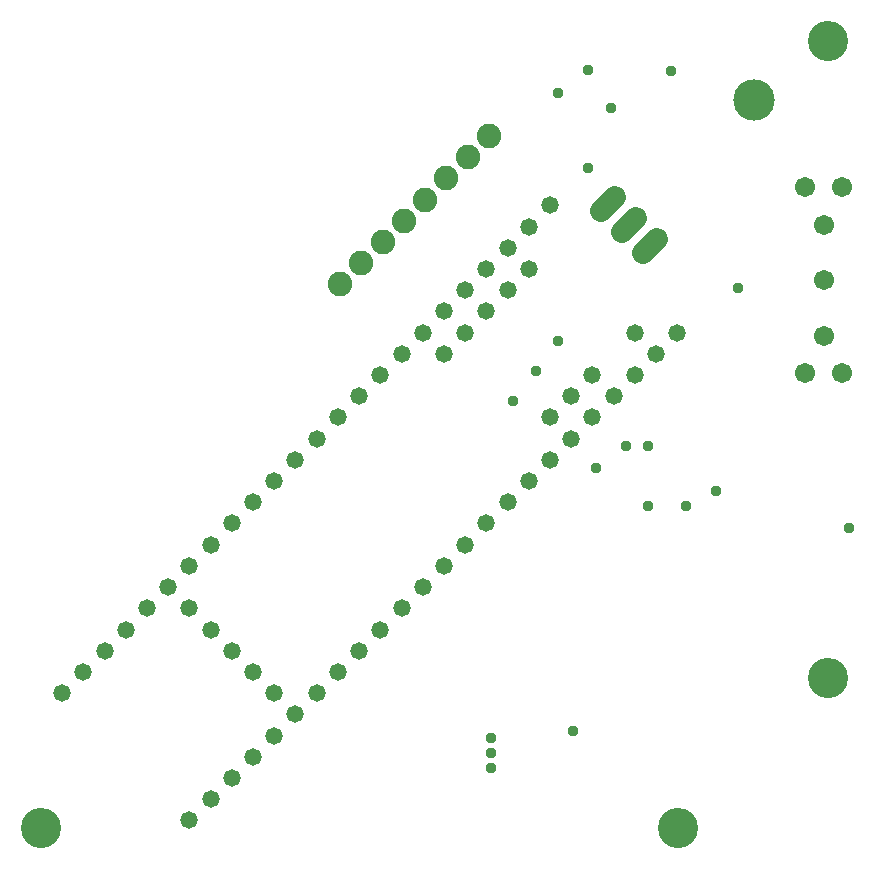
<source format=gbs>
G04 EAGLE Gerber RS-274X export*
G75*
%MOMM*%
%FSLAX34Y34*%
%LPD*%
%INBottom Solder Mask*%
%IPPOS*%
%AMOC8*
5,1,8,0,0,1.08239X$1,22.5*%
G01*
%ADD10C,1.473200*%
%ADD11C,3.403200*%
%ADD12C,1.711200*%
%ADD13C,1.879600*%
%ADD14C,3.505200*%
%ADD15C,2.082800*%
%ADD16C,0.959600*%


D10*
X444842Y541181D03*
X426881Y523221D03*
X408921Y505260D03*
X390960Y487300D03*
X373000Y469339D03*
X355039Y451379D03*
X337079Y433418D03*
X319118Y415458D03*
X301158Y397497D03*
X283197Y379537D03*
X265237Y361576D03*
X247276Y343616D03*
X229316Y325655D03*
X211355Y307695D03*
X193395Y289734D03*
X175434Y271774D03*
X157474Y253813D03*
X139513Y235853D03*
X121553Y217892D03*
X103592Y199932D03*
X85632Y181971D03*
X67671Y164011D03*
X49711Y146050D03*
X157474Y38287D03*
X175434Y56247D03*
X193395Y74208D03*
X211355Y92168D03*
X229316Y110129D03*
X247276Y128089D03*
X265237Y146050D03*
X283197Y164011D03*
X301158Y181971D03*
X319118Y199932D03*
X337079Y217892D03*
X355039Y235853D03*
X373000Y253813D03*
X390960Y271774D03*
X408921Y289734D03*
X426881Y307695D03*
X444842Y325655D03*
X462802Y343616D03*
X480763Y361576D03*
X498723Y379537D03*
X516684Y397497D03*
X552605Y433418D03*
X462802Y559142D03*
X570565Y451379D03*
X534644Y415458D03*
X157474Y217892D03*
X175434Y199932D03*
X193395Y181971D03*
X211355Y164011D03*
X229316Y146050D03*
X444842Y505260D03*
X426881Y487300D03*
X408921Y469339D03*
X390960Y451379D03*
X373000Y433418D03*
X534644Y451379D03*
X498723Y415458D03*
X480763Y397497D03*
X462802Y379537D03*
D11*
X31750Y31750D03*
X571500Y31750D03*
X698500Y158750D03*
X698500Y698500D03*
D12*
X694380Y495763D03*
X694380Y448773D03*
X694380Y542753D03*
X710382Y574757D03*
X678378Y574757D03*
X710382Y416769D03*
X678378Y416769D03*
D13*
X517515Y566136D02*
X505661Y554282D01*
X523621Y536321D02*
X535475Y548175D01*
X553436Y530215D02*
X541582Y518361D01*
D14*
X635515Y648215D03*
D15*
X410890Y617810D03*
X392930Y599849D03*
X374969Y581889D03*
X357009Y563928D03*
X339048Y545968D03*
X321088Y528007D03*
X303127Y510047D03*
X285167Y492086D03*
D16*
X501650Y336550D03*
X450850Y419100D03*
X431800Y393700D03*
X577850Y304800D03*
X546100Y355600D03*
X546100Y304800D03*
X527050Y355600D03*
X412750Y107950D03*
X412750Y95250D03*
X412750Y82550D03*
X495300Y590550D03*
X622300Y488950D03*
X715546Y286289D03*
X514350Y641350D03*
X495300Y673326D03*
X469900Y654050D03*
X565150Y673100D03*
X603250Y317500D03*
X469900Y444500D03*
X482600Y114300D03*
M02*

</source>
